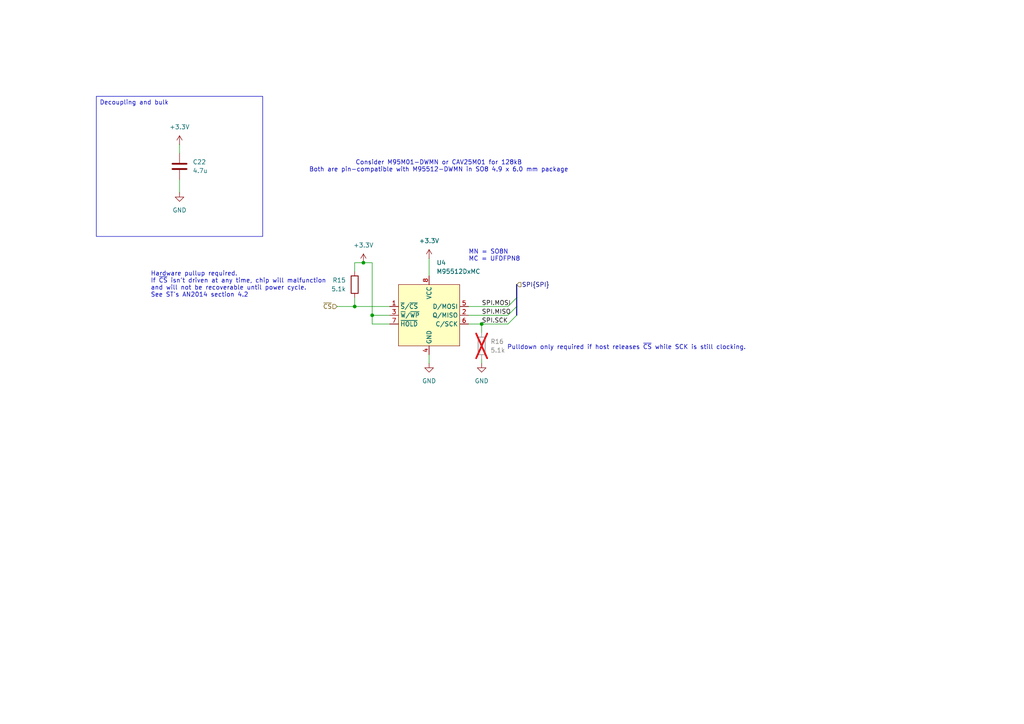
<source format=kicad_sch>
(kicad_sch (version 20250114) (generator "eeschema") (generator_version "9.0")
  (paper "A4")
  (lib_symbols
    (symbol "Device:C" (pin_numbers (hide yes)) (pin_names (offset 0.254))
      (property "Reference" "C" (at 0.635 2.54 0))
      (property "Value" "C" (at 0.635 -2.54 0))
      (symbol "C_0_1"
        (polyline (pts (xy -2.032 0.762) (xy 2.032 0.762)) (stroke (width 0.508)))
        (polyline (pts (xy -2.032 -0.762) (xy 2.032 -0.762)) (stroke (width 0.508)))
      )
      (symbol "C_1_1"
        (pin passive line (at 0 3.81 270) (length 2.794) (name "~") (number "1"))
        (pin passive line (at 0 -3.81 90) (length 2.794) (name "~") (number "2"))
      )
    )
    (symbol "Device:R" (pin_numbers (hide yes)) (pin_names (offset 0))
      (property "Reference" "R" (at 2.032 0 90))
      (property "Value" "R" (at 0 0 90))
      (symbol "R_0_1"
        (rectangle (start -1.016 -2.54) (end 1.016 2.54) (stroke (width 0.254)))
      )
      (symbol "R_1_1"
        (pin passive line (at 0 3.81 270) (length 1.27) (name "~") (number "1"))
        (pin passive line (at 0 -3.81 90) (length 1.27) (name "~") (number "2"))
      )
    )
    (symbol "picowalker:M95512DxMC"
      (property "Reference" "U" (at -11.43 3.302 0))
      (property "Value" "M95512DxMC" (at -10.668 0.762 0))
      (symbol "M95512DxMC_1_1"
        (rectangle (start -8.89 -2.54) (end 8.89 -20.32) (fill (type background)))
        (pin passive line (at -11.43 -8.89 0) (length 2.54) (name "~{S}/~{CS}") (number "1"))
        (pin passive line (at -11.43 -11.43 0) (length 2.54) (name "~{W}/~{WP}") (number "3"))
        (pin passive line (at -11.43 -13.97 0) (length 2.54) (name "~{HOLD}") (number "7"))
        (pin passive line (at 0 0 270) (length 2.54) (name "VCC") (number "8"))
        (pin passive line (at 0 -22.86 90) (length 2.54) (name "GND") (number "4"))
        (pin passive line (at 0 -22.86 90) (length 2.54) (hide yes) (name "EPAD") (number "9"))
        (pin passive line (at 11.43 -8.89 180) (length 2.54) (name "D/MOSI") (number "5"))
        (pin passive line (at 11.43 -11.43 180) (length 2.54) (name "Q/MISO") (number "2"))
        (pin passive line (at 11.43 -13.97 180) (length 2.54) (name "C/SCK") (number "6"))
      )
    )
    (symbol "power:+3.3V" (power) (pin_numbers (hide yes)) (pin_names (offset 0) (hide yes))
      (property "Value" "+3.3V" (at 0 3.556 0))
      (symbol "+3.3V_0_1"
        (polyline (pts (xy -0.762 1.27) (xy 0 2.54)))
        (polyline (pts (xy 0 2.54) (xy 0.762 1.27)))
        (polyline (pts (xy 0 0) (xy 0 2.54)))
      )
      (symbol "+3.3V_1_1"
        (pin power_in line (at 0 0 90) (length 0) (name "~") (number "1"))
      )
    )
    (symbol "power:GND" (power) (pin_numbers (hide yes)) (pin_names (offset 0) (hide yes))
      (property "Value" "GND" (at 0 -3.81 0))
      (symbol "GND_0_1"
        (polyline (pts (xy 0 0) (xy 0 -1.27) (xy 1.27 -1.27) (xy 0 -2.54) (xy -1.27 -1.27) (xy 0 -1.27)))
      )
      (symbol "GND_1_1"
        (pin power_in line (at 0 0 270) (length 0) (name "~") (number "1"))
      )
    )
  )
  (text "MN = SO8N\nMC = UFDFPN8" (at 135.89 72.39 0) (effects (font (size 1.27 1.27)) (justify left top)))
  (text "Consider M95M01-DWMN or CAV25M01 for 128kB\nBoth are pin-compatible with M95512-DWMN in SO8 4.9 x 6.0 mm package" (at 127.254 48.26 0) (effects (font (size 1.27 1.27))))
  (text "Pulldown only required if host releases ~{CS} while SCK is still clocking." (at 147.066 100.076 0) (effects (font (size 1.27 1.27)) (justify left top)))
  (text "Hardware pullup required.\nIf ~{CS} isn't driven at any time, chip will malfunction\nand will not be recoverable until power cycle.\nSee ST's AN2014 section 4.2" (at 43.688 78.74 0) (effects (font (size 1.27 1.27)) (justify left top)))
  (text_box "Decoupling and bulk" (at 27.94 27.94 0) (size 48.26 40.64) (margins 0.9525 0.9525 0.9525 0.9525) (effects (font (size 1.27 1.27)) (justify left top)))
  (junction (at 102.87 88.9))
  (junction (at 105.41 76.2))
  (junction (at 139.7 93.98))
  (junction (at 107.95 91.44))
  (bus_entry (at 149.86 91.44) (size -2.54 2.54))
  (bus_entry (at 149.86 88.9) (size -2.54 2.54))
  (bus_entry (at 149.86 86.36) (size -2.54 2.54))
  (wire (pts (xy 102.87 76.2) (xy 102.87 78.74)))
  (bus (pts (xy 149.86 86.36) (xy 149.86 88.9)))
  (wire (pts (xy 97.79 88.9) (xy 102.87 88.9)))
  (wire (pts (xy 102.87 76.2) (xy 105.41 76.2)))
  (wire (pts (xy 139.7 96.52) (xy 139.7 93.98)))
  (wire (pts (xy 107.95 76.2) (xy 107.95 91.44)))
  (bus (pts (xy 149.86 82.55) (xy 149.86 86.36)))
  (wire (pts (xy 102.87 88.9) (xy 113.03 88.9)))
  (wire (pts (xy 124.46 74.93) (xy 124.46 80.01)))
  (wire (pts (xy 107.95 91.44) (xy 107.95 93.98)))
  (wire (pts (xy 139.7 104.14) (xy 139.7 105.41)))
  (wire (pts (xy 139.7 93.98) (xy 147.32 93.98)))
  (wire (pts (xy 52.07 52.07) (xy 52.07 55.88)))
  (wire (pts (xy 113.03 91.44) (xy 107.95 91.44)))
  (bus (pts (xy 149.86 88.9) (xy 149.86 91.44)))
  (wire (pts (xy 135.89 93.98) (xy 139.7 93.98)))
  (wire (pts (xy 102.87 86.36) (xy 102.87 88.9)))
  (wire (pts (xy 124.46 102.87) (xy 124.46 105.41)))
  (wire (pts (xy 52.07 41.91) (xy 52.07 44.45)))
  (wire (pts (xy 105.41 76.2) (xy 107.95 76.2)))
  (wire (pts (xy 113.03 93.98) (xy 107.95 93.98)))
  (wire (pts (xy 135.89 91.44) (xy 147.32 91.44)))
  (wire (pts (xy 135.89 88.9) (xy 147.32 88.9)))
  (label "SPI.MOSI" (at 139.7 88.9 0))
  (label "SPI.SCK" (at 139.7 93.98 0))
  (label "SPI.MISO" (at 139.7 91.44 0))
  (hierarchical_label "SPI{SPI}" (shape input) (at 149.86 82.55 0))
  (hierarchical_label "~{CS}" (shape input) (at 97.79 88.9 180))
  (symbol (lib_id "power:GND") (at 124.46 105.41 0) (unit 1)
    (property "Reference" "#PWR047" (effects (hide yes)))
    (property "Value" "GND" (at 124.46 110.49 0))
    (property "Description" "Power symbol creates a global label with name \"GND\" , ground" (effects (hide yes)))
  )
  (symbol (lib_id "Device:R") (at 139.7 100.33 0) (unit 1) (in_bom no) (dnp yes)
    (property "Reference" "R16" (at 142.24 99.0599 0) (effects (justify left)))
    (property "Value" "5.1k" (at 142.24 101.5999 0) (effects (justify left)))
    (property "Footprint" "Resistor_SMD:R_0402_1005Metric" (effects (hide yes)))
    (property "Description" "Resistor" (effects (hide yes)))
  )
  (symbol (lib_id "Device:C") (at 52.07 48.26 0) (unit 1)
    (property "Reference" "C22" (at 55.88 46.9899 0) (effects (justify left)))
    (property "Value" "4.7u" (at 55.88 49.5299 0) (effects (justify left)))
    (property "Footprint" "Capacitor_SMD:C_0402_1005Metric" (effects (hide yes)))
    (property "Description" "Unpolarized capacitor" (effects (hide yes)))
  )
  (symbol (lib_id "power:GND") (at 139.7 105.41 0) (unit 1)
    (property "Reference" "#PWR048" (effects (hide yes)))
    (property "Value" "GND" (at 139.7 110.49 0))
    (property "Description" "Power symbol creates a global label with name \"GND\" , ground" (effects (hide yes)))
  )
  (symbol (lib_id "picowalker:M95512DxMC") (at 124.46 80.01 0) (unit 1)
    (property "Reference" "U4" (at 126.6033 76.2 0) (effects (justify left)))
    (property "Value" "M95512DxMC" (at 126.6033 78.74 0) (effects (justify left)))
    (property "Footprint" "picowalker:UFDFPN8" (effects (hide yes)))
  )
  (symbol (lib_id "power:+3.3V") (at 52.07 41.91 0) (unit 1)
    (property "Reference" "#PWR043" (effects (hide yes)))
    (property "Value" "+3.3V" (at 52.07 36.83 0))
    (property "Description" "Power symbol creates a global label with name \"+3.3V\"" (effects (hide yes)))
  )
  (symbol (lib_id "power:GND") (at 52.07 55.88 0) (unit 1)
    (property "Reference" "#PWR044" (effects (hide yes)))
    (property "Value" "GND" (at 52.07 60.96 0))
    (property "Description" "Power symbol creates a global label with name \"GND\" , ground" (effects (hide yes)))
  )
  (symbol (lib_id "power:+3.3V") (at 124.46 74.93 0) (unit 1)
    (property "Reference" "#PWR046" (effects (hide yes)))
    (property "Value" "+3.3V" (at 124.46 69.85 0))
    (property "Description" "Power symbol creates a global label with name \"+3.3V\"" (effects (hide yes)))
  )
  (symbol (lib_id "power:+3.3V") (at 105.41 76.2 0) (unit 1)
    (property "Reference" "#PWR045" (effects (hide yes)))
    (property "Value" "+3.3V" (at 105.41 71.12 0))
    (property "Description" "Power symbol creates a global label with name \"+3.3V\"" (effects (hide yes)))
  )
  (symbol (lib_id "Device:R") (at 102.87 82.55 0) (mirror y) (unit 1)
    (property "Reference" "R15" (at 100.33 81.2799 0) (effects (justify left)))
    (property "Value" "5.1k" (at 100.33 83.8199 0) (effects (justify left)))
    (property "Footprint" "Resistor_SMD:R_0402_1005Metric" (effects (hide yes)))
    (property "Description" "Resistor" (effects (hide yes)))
  )
)
</source>
